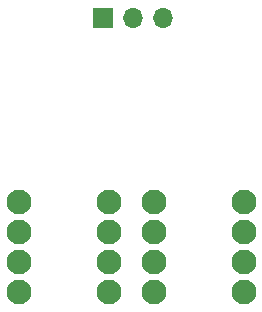
<source format=gbr>
%TF.GenerationSoftware,KiCad,Pcbnew,6.0.2+dfsg-1*%
%TF.CreationDate,2023-01-15T14:48:08-05:00*%
%TF.ProjectId,MLX91221-test,4d4c5839-3132-4323-912d-746573742e6b,rev?*%
%TF.SameCoordinates,Original*%
%TF.FileFunction,Soldermask,Bot*%
%TF.FilePolarity,Negative*%
%FSLAX46Y46*%
G04 Gerber Fmt 4.6, Leading zero omitted, Abs format (unit mm)*
G04 Created by KiCad (PCBNEW 6.0.2+dfsg-1) date 2023-01-15 14:48:08*
%MOMM*%
%LPD*%
G01*
G04 APERTURE LIST*
%ADD10C,2.100000*%
%ADD11R,1.700000X1.700000*%
%ADD12O,1.700000X1.700000*%
G04 APERTURE END LIST*
D10*
%TO.C,J2*%
X56413200Y-101988900D03*
X64033200Y-101988900D03*
X64033200Y-107068900D03*
X64033200Y-104528900D03*
X56413200Y-107068900D03*
X64033200Y-99448900D03*
X56413200Y-99448900D03*
X56413200Y-104528900D03*
%TD*%
%TO.C,J3*%
X67843200Y-99448900D03*
X75463200Y-107068900D03*
X67843200Y-107068900D03*
X67843200Y-104528900D03*
X75463200Y-104528900D03*
X75463200Y-99448900D03*
X75463200Y-101988900D03*
X67843200Y-101988900D03*
%TD*%
D11*
%TO.C,J1*%
X63515000Y-83820000D03*
D12*
X66055000Y-83820000D03*
X68595000Y-83820000D03*
%TD*%
M02*

</source>
